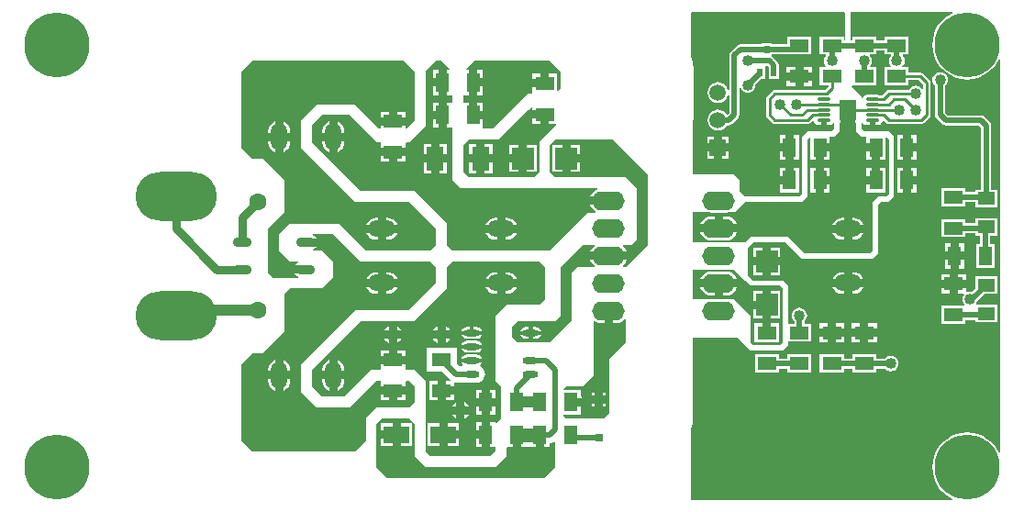
<source format=gtl>
%FSLAX25Y25*%
%MOIN*%
G70*
G01*
G75*
G04 Layer_Physical_Order=1*
G04 Layer_Color=255*
%ADD10R,0.02165X0.03150*%
%ADD11R,0.07087X0.04921*%
%ADD12O,0.05315X0.01181*%
%ADD13R,0.06181X0.07402*%
%ADD14R,0.04921X0.07087*%
%ADD15R,0.06496X0.04724*%
%ADD16R,0.02756X0.03150*%
%ADD17R,0.07874X0.07874*%
%ADD18R,0.07874X0.07874*%
%ADD19R,0.06378X0.08583*%
%ADD20O,0.06890X0.03347*%
%ADD21O,0.05709X0.02362*%
%ADD22R,0.09252X0.06299*%
%ADD23C,0.02000*%
%ADD24C,0.01000*%
%ADD25C,0.03000*%
%ADD26C,0.04000*%
%ADD27C,0.05000*%
%ADD28C,0.05906*%
%ADD29R,0.05906X0.05906*%
%ADD30C,0.23622*%
%ADD31O,0.09843X0.05906*%
%ADD32O,0.05906X0.09843*%
%ADD33C,0.06299*%
%ADD34O,0.11811X0.06890*%
%ADD35O,0.29528X0.17716*%
%ADD36C,0.04000*%
%ADD37C,0.02362*%
%ADD38C,0.04724*%
G36*
X114173Y94488D02*
X122047Y86614D01*
X147638Y86614D01*
X149606Y84646D01*
X149606Y78740D01*
X139764Y68898D01*
X120079D01*
X100375Y49194D01*
X100406Y39358D01*
X106299Y33465D01*
X118110Y33465D01*
X127953Y43307D01*
X128990D01*
X129315Y43126D01*
X129315Y42907D01*
Y41165D01*
X138402D01*
Y42907D01*
X138727Y43307D01*
X139764D01*
X141732Y41339D01*
X141732Y35433D01*
X139764Y33465D01*
X127953Y33465D01*
X124016Y29528D01*
X124016Y21654D01*
X120079Y17717D01*
X82677D01*
X78740Y21654D01*
Y49213D01*
X82677Y53150D01*
X86614Y53150D01*
X94488Y61024D01*
X94488Y74803D01*
X96457Y76772D01*
X108268Y76772D01*
X112205Y80709D01*
Y86614D01*
X108268Y90551D01*
X104741Y90551D01*
X104661Y90951D01*
X105187Y91169D01*
X105745Y91597D01*
X106057Y92004D01*
X102067D01*
Y95004D01*
X106057D01*
X105745Y95411D01*
X105187Y95839D01*
X104661Y96057D01*
X104741Y96457D01*
X112205Y96457D01*
X114173Y94488D01*
D02*
G37*
G36*
X300213Y139764D02*
X301787D01*
Y137031D01*
X302165D01*
Y133858D01*
X304134Y131890D01*
X305890D01*
Y129453D01*
X309350D01*
Y127953D01*
X310850D01*
Y123409D01*
X312811D01*
Y131505D01*
X313211Y131671D01*
X313976Y130905D01*
X313976Y111221D01*
X312992Y110236D01*
X310039Y110236D01*
X308071Y108268D01*
X308071Y90551D01*
X307087Y89567D01*
X283465Y89567D01*
X277559Y95472D01*
X263779D01*
X261811Y93504D01*
X243242D01*
X242960Y93787D01*
X242962Y104607D01*
X248328D01*
X248715Y104447D01*
X249823Y104301D01*
X254744D01*
X255852Y104447D01*
X256239Y104607D01*
X258151D01*
X261811Y108268D01*
X282480D01*
X284449Y110236D01*
Y112205D01*
X284449Y130905D01*
X285214Y131671D01*
X285614Y131505D01*
Y123409D01*
X287575D01*
Y127953D01*
X289075D01*
Y129453D01*
X292535D01*
Y131890D01*
X294291D01*
X296260Y133858D01*
Y137031D01*
X296638D01*
Y139764D01*
X298213D01*
Y141732D01*
X300213D01*
Y139764D01*
D02*
G37*
G36*
X151575Y159449D02*
X154536Y156488D01*
X154383Y156118D01*
X153370D01*
Y151575D01*
Y147031D01*
X155331D01*
X155512Y146706D01*
Y144632D01*
X155331Y144307D01*
X155112Y144307D01*
X153370D01*
Y139764D01*
Y135221D01*
X155112D01*
X155331Y135221D01*
X155512Y134896D01*
X155512Y134896D01*
Y116142D01*
X158465Y113189D01*
X208283Y113189D01*
X208363Y112789D01*
X207581Y112465D01*
X206653Y111753D01*
X205940Y110824D01*
X205633Y110083D01*
X212283D01*
Y107083D01*
X205633D01*
X205940Y106341D01*
X206653Y105413D01*
X207541Y104731D01*
X207535Y104469D01*
X207508Y104331D01*
X204724D01*
X190945Y90551D01*
X155512Y90551D01*
X153543Y92520D01*
X153543Y100394D01*
X141732Y112205D01*
X122047D01*
X104331Y129921D01*
X104331Y135827D01*
X108268Y139764D01*
X118110D01*
X127953Y129921D01*
X128990Y129921D01*
X129315Y129740D01*
X129315Y129521D01*
Y127780D01*
X138402D01*
Y129521D01*
X138727Y129921D01*
X139764Y129921D01*
X145669Y135827D01*
X145669Y155512D01*
X149606Y159449D01*
X151575Y159449D01*
D02*
G37*
G36*
X337210Y176805D02*
X336777Y176626D01*
X335084Y175588D01*
X333575Y174299D01*
X332286Y172790D01*
X331248Y171097D01*
X330489Y169263D01*
X330025Y167333D01*
X329870Y165354D01*
X330025Y163375D01*
X330489Y161445D01*
X331248Y159611D01*
X332286Y157919D01*
X333575Y156409D01*
X335084Y155120D01*
X336777Y154083D01*
X338611Y153323D01*
X340541Y152860D01*
X342520Y152704D01*
X344499Y152860D01*
X346429Y153323D01*
X348263Y154083D01*
X349955Y155120D01*
X351465Y156409D01*
X352754Y157919D01*
X353791Y159611D01*
X353940Y159970D01*
X354332Y159892D01*
X354366Y17191D01*
X353974Y17113D01*
X353791Y17554D01*
X352754Y19247D01*
X351465Y20756D01*
X349955Y22045D01*
X348263Y23082D01*
X346429Y23842D01*
X344499Y24305D01*
X342520Y24461D01*
X340541Y24305D01*
X338611Y23842D01*
X336777Y23082D01*
X335084Y22045D01*
X333575Y20756D01*
X332286Y19247D01*
X331248Y17554D01*
X330489Y15720D01*
X330025Y13790D01*
X329870Y11811D01*
X330025Y9832D01*
X330489Y7902D01*
X331248Y6068D01*
X332286Y4375D01*
X333575Y2866D01*
X335084Y1577D01*
X336777Y540D01*
X337133Y392D01*
X337055Y-0D01*
X242126Y-0D01*
Y26071D01*
X242352Y26494D01*
X242375Y26571D01*
X242413Y26641D01*
X242807Y27940D01*
X242815Y28020D01*
X242838Y28097D01*
X242971Y29448D01*
X242967Y29488D01*
X242975Y29528D01*
X242952Y29645D01*
X242942Y29746D01*
X242950Y59055D01*
X258858Y59055D01*
X263779Y54134D01*
X275591D01*
X277559Y56102D01*
Y57468D01*
X285839D01*
Y63989D01*
X283331D01*
Y64808D01*
X283493Y64932D01*
X283942Y65517D01*
X284224Y66198D01*
X284320Y66929D01*
X284224Y67660D01*
X283942Y68341D01*
X283493Y68926D01*
X282908Y69375D01*
X282227Y69657D01*
X281496Y69753D01*
X280765Y69657D01*
X280084Y69375D01*
X279499Y68926D01*
X279050Y68341D01*
X278768Y67660D01*
X278672Y66929D01*
X278768Y66198D01*
X279050Y65517D01*
X279499Y64932D01*
X279661Y64808D01*
Y63989D01*
X277559D01*
Y77756D01*
X275590Y79724D01*
X264764D01*
X262795Y81693D01*
X262795Y91536D01*
X264764Y93504D01*
X276575Y93504D01*
X282480Y87598D01*
X308071D01*
X310039Y89567D01*
X310039Y107283D01*
X311024Y108268D01*
X313976D01*
X315945Y110236D01*
Y131890D01*
X313976Y133858D01*
X305118Y133858D01*
X304134Y134843D01*
Y136864D01*
X304534Y136985D01*
X304759Y136649D01*
X305285Y136297D01*
X305906Y136174D01*
X306972D01*
Y137795D01*
X308972D01*
Y136174D01*
X310039D01*
X310660Y136297D01*
X311186Y136649D01*
X311538Y137175D01*
X311640Y137691D01*
X312022Y137875D01*
X313039Y136858D01*
X313469Y136571D01*
X313976Y136470D01*
X313976Y136470D01*
X325787D01*
X326295Y136571D01*
X326725Y136858D01*
X328693Y138827D01*
X328980Y139257D01*
X329081Y139764D01*
Y151575D01*
X328980Y152082D01*
X328693Y152512D01*
X326429Y154776D01*
X325999Y155063D01*
X325492Y155164D01*
X321272D01*
Y157099D01*
X319055D01*
X318963Y157499D01*
X319375Y158037D01*
X319657Y158718D01*
X319753Y159449D01*
X319657Y160180D01*
X319375Y160861D01*
X318963Y161398D01*
X319006Y161589D01*
X319124Y161798D01*
X321272D01*
Y168320D01*
X312586D01*
Y166894D01*
X309461D01*
Y168320D01*
X300775D01*
Y166894D01*
X300197D01*
Y177165D01*
X337131Y177197D01*
X337210Y176805D01*
D02*
G37*
G36*
X141732Y155512D02*
X141732Y137795D01*
X138771Y134834D01*
X138402Y134987D01*
Y136000D01*
X129315D01*
Y134987D01*
X128945Y134834D01*
X120079Y143701D01*
X106299D01*
X100394Y137795D01*
X100394Y127953D01*
X120079Y108268D01*
X139764D01*
X149606Y98425D01*
X149606Y92520D01*
X147638Y90551D01*
X124016Y90551D01*
X118110Y96457D01*
X114173Y100394D01*
X96457Y100394D01*
X92520Y96456D01*
X92520Y90551D01*
X96457Y86614D01*
X99393Y86614D01*
X99473Y86214D01*
X98947Y85997D01*
X98389Y85568D01*
X98077Y85162D01*
X102067D01*
Y82161D01*
X98077D01*
X98389Y81755D01*
X98947Y81326D01*
X99473Y81109D01*
X99393Y80709D01*
X90551D01*
X88583Y82677D01*
X88583Y98425D01*
X94488Y104331D01*
X94488Y116126D01*
X86598Y124016D01*
X82677D01*
X78740Y127953D01*
Y155512D01*
X82677Y159449D01*
X137795D01*
X141732Y155512D01*
D02*
G37*
G36*
X187008Y86614D02*
X188976Y84646D01*
X188976Y72835D01*
X187008Y70866D01*
X175197Y70866D01*
X171260Y66929D01*
Y43307D01*
X173228Y41339D01*
X173228Y29528D01*
X171479Y27778D01*
X171079Y27944D01*
Y28165D01*
X169118D01*
Y23622D01*
Y19079D01*
X170860D01*
X171079Y19079D01*
X171260Y18754D01*
X171260D01*
Y17717D01*
X169291Y15748D01*
X165354Y15748D01*
X147638Y15748D01*
X145669Y17717D01*
Y43307D01*
X141732Y47244D01*
X138726Y47244D01*
X138402Y47425D01*
X138402Y47644D01*
Y49386D01*
X129315D01*
Y47644D01*
X128990Y47244D01*
X125984Y47244D01*
X116142Y37402D01*
X108268Y37402D01*
X104331Y41339D01*
X104312Y47226D01*
X122047Y64961D01*
X141750Y64961D01*
X153543Y76775D01*
X153543Y84646D01*
X155512Y86614D01*
X187008Y86614D01*
D02*
G37*
G36*
X226378Y118110D02*
Y92520D01*
X218504Y84646D01*
X217572D01*
X217436Y85046D01*
X217914Y85413D01*
X218627Y86341D01*
X218934Y87083D01*
X205633D01*
X205940Y86341D01*
X206653Y85413D01*
X207131Y85046D01*
X206995Y84646D01*
X200787D01*
X198819Y82677D01*
X198819Y64961D01*
X190945Y57087D01*
X179134D01*
X177165Y59055D01*
X177165Y62992D01*
X179134Y64961D01*
X192913D01*
X194882Y66929D01*
X194882Y84646D01*
X202756Y92520D01*
X206995D01*
X207131Y92120D01*
X206653Y91753D01*
X205940Y90824D01*
X205633Y90083D01*
X218934D01*
X218627Y90824D01*
X217914Y91753D01*
X217436Y92120D01*
X217572Y92520D01*
X220472D01*
X222441Y94488D01*
Y113189D01*
X218504Y117126D01*
X192913Y117126D01*
X190945Y119095D01*
X190945Y128937D01*
X192913Y130905D01*
X213583D01*
X226378Y118110D01*
D02*
G37*
G36*
X213784Y64100D02*
X214744D01*
X215904Y64252D01*
X216986Y64700D01*
X217914Y65413D01*
X218125Y65688D01*
X218504Y65559D01*
X218504Y57087D01*
X212598Y51181D01*
X212598Y39370D01*
Y31496D01*
X210630Y29528D01*
X196850Y29527D01*
X195907Y30470D01*
Y30890D01*
X201984D01*
Y33933D01*
X198524D01*
Y36933D01*
X202434D01*
X202400Y37192D01*
X202101Y37914D01*
X201984Y38066D01*
Y39976D01*
X195907D01*
Y40396D01*
X196850Y41339D01*
X202756D01*
X206693Y45276D01*
X206693Y64930D01*
X207052Y65106D01*
X207581Y64700D01*
X208663Y64252D01*
X209823Y64100D01*
X210784D01*
Y68583D01*
X213784D01*
Y64100D01*
D02*
G37*
G36*
X261811Y79724D02*
X263779Y77756D01*
X274606D01*
X275590Y76772D01*
Y57087D01*
X274606Y56102D01*
X272638Y56102D01*
X264764Y56102D01*
X263779Y57087D01*
X263779Y66929D01*
X257874Y72835D01*
X254969D01*
X254744Y72864D01*
X249823D01*
X249598Y72835D01*
X243237D01*
X242955Y73118D01*
X242957Y83661D01*
X257874D01*
X261811Y79724D01*
D02*
G37*
G36*
X184433Y142572D02*
Y141559D01*
X188976D01*
Y140059D01*
X190476D01*
Y136599D01*
X193119D01*
X193285Y136198D01*
X190945Y133858D01*
X187008Y129921D01*
Y127953D01*
X187008Y119095D01*
X185039Y117126D01*
X161417D01*
X159449Y119095D01*
X159449Y128937D01*
X161417Y130905D01*
X172244D01*
X183071Y141732D01*
X184063Y142725D01*
X184433Y142572D01*
D02*
G37*
G36*
X194882Y155512D02*
Y153543D01*
Y149606D01*
X193889Y148614D01*
X193520Y148767D01*
Y154740D01*
X190476D01*
Y151280D01*
X188976D01*
Y149780D01*
X184433D01*
Y147819D01*
X184108Y147638D01*
X183071D01*
X170276Y134843D01*
X166604D01*
X166551Y135221D01*
X166551Y135221D01*
X166551Y135221D01*
Y138264D01*
X163091D01*
Y139764D01*
X161591D01*
Y144307D01*
X159630D01*
X159449Y144632D01*
Y146707D01*
X159630Y147031D01*
X161591D01*
Y151575D01*
Y156118D01*
X160578D01*
X160425Y156488D01*
X163386Y159449D01*
X190945D01*
X194882Y155512D01*
D02*
G37*
G36*
X312586Y161798D02*
X314735D01*
X314852Y161589D01*
X314896Y161398D01*
X314483Y160861D01*
X314201Y160180D01*
X314105Y159449D01*
X314201Y158718D01*
X314483Y158037D01*
X314896Y157499D01*
X314804Y157099D01*
X312586D01*
Y150578D01*
X321272D01*
Y152513D01*
X324943D01*
X326430Y151026D01*
Y149491D01*
X326030Y149355D01*
X325816Y149635D01*
X325231Y150084D01*
X324550Y150366D01*
X323819Y150462D01*
X323088Y150366D01*
X322407Y150084D01*
X321822Y149635D01*
X321373Y149050D01*
X321337Y148963D01*
X313976D01*
X313469Y148862D01*
X313039Y148575D01*
X311459Y146995D01*
X310439D01*
X310039Y147074D01*
X305906D01*
X305368Y146967D01*
X304912Y146663D01*
X304608Y146207D01*
X304534Y145837D01*
X304134Y145876D01*
Y146653D01*
X300493Y150295D01*
X300775Y150578D01*
X309461D01*
Y157099D01*
X307313D01*
X307195Y157309D01*
X307152Y157499D01*
X307564Y158037D01*
X307846Y158718D01*
X307942Y159449D01*
X307846Y160180D01*
X307564Y160861D01*
X307151Y161398D01*
X307243Y161798D01*
X309461D01*
Y163224D01*
X312586D01*
Y161798D01*
D02*
G37*
G36*
X298228Y176883D02*
Y166894D01*
X297650D01*
Y168320D01*
X288964D01*
Y161798D01*
X291113D01*
X291230Y161589D01*
X291274Y161398D01*
X290861Y160861D01*
X290579Y160180D01*
X290483Y159449D01*
X290579Y158718D01*
X290861Y158037D01*
X291274Y157499D01*
X291182Y157099D01*
X288964D01*
Y150578D01*
X291982D01*
Y150155D01*
X290790Y148963D01*
X272638D01*
X272131Y148862D01*
X271701Y148575D01*
X269732Y146607D01*
X269445Y146177D01*
X269344Y145669D01*
Y139764D01*
X269445Y139257D01*
X269732Y138827D01*
X271701Y136858D01*
X272131Y136571D01*
X272638Y136470D01*
X284449D01*
X284956Y136571D01*
X285386Y136858D01*
X286403Y137875D01*
X286785Y137691D01*
X286888Y137175D01*
X287239Y136649D01*
X287765Y136297D01*
X288386Y136174D01*
X289453D01*
Y137795D01*
X291453D01*
Y136174D01*
X292520D01*
X293140Y136297D01*
X293666Y136649D01*
X293891Y136985D01*
X294291Y136864D01*
Y134843D01*
X293307Y133858D01*
X284449D01*
X282480Y131890D01*
Y111221D01*
X281496Y110236D01*
X261811Y110236D01*
X259843Y112205D01*
X259842Y116142D01*
X257874Y118110D01*
X243248Y118110D01*
X242966Y118393D01*
X242975Y157480D01*
X242967Y157520D01*
X242971Y157560D01*
X242838Y158911D01*
X242815Y158988D01*
X242807Y159068D01*
X242413Y160366D01*
X242375Y160437D01*
X242352Y160514D01*
X242126Y160936D01*
X242126Y176883D01*
X242409Y177165D01*
X297945Y177165D01*
X298228Y176883D01*
D02*
G37*
G36*
X141732Y27559D02*
Y15748D01*
X145669Y11811D01*
X171260Y11811D01*
X175197Y15748D01*
Y18754D01*
X175378Y19079D01*
X177339D01*
Y23622D01*
X180339D01*
Y19079D01*
X182299D01*
Y19115D01*
X183843D01*
Y19079D01*
X185803D01*
Y23622D01*
X188803D01*
Y19079D01*
X190764D01*
Y20628D01*
X190945D01*
X191720Y20730D01*
X191931Y20818D01*
X192442Y21029D01*
X192555Y21116D01*
X192913Y20939D01*
X192913Y11811D01*
X188976Y7874D01*
X183071Y7874D01*
X131890D01*
X127953Y11811D01*
Y27559D01*
X129921Y29528D01*
X139764D01*
X141732Y27559D01*
D02*
G37*
%LPC*%
G36*
X150075Y63057D02*
X149879Y62976D01*
X149177Y62437D01*
X148638Y61735D01*
X148557Y61539D01*
X150075D01*
Y63057D01*
D02*
G37*
G36*
X153075D02*
Y61539D01*
X154593D01*
X154512Y61735D01*
X153973Y62437D01*
X153270Y62976D01*
X153075Y63057D01*
D02*
G37*
G36*
X135358D02*
Y61539D01*
X136876D01*
X136795Y61735D01*
X136256Y62437D01*
X135554Y62976D01*
X135358Y63057D01*
D02*
G37*
G36*
X185630Y62874D02*
X184707D01*
Y61400D01*
X187705D01*
X187685Y61501D01*
X187202Y62222D01*
X186481Y62704D01*
X185630Y62874D01*
D02*
G37*
G36*
X132358Y63057D02*
X132163Y62976D01*
X131460Y62437D01*
X130921Y61735D01*
X130840Y61539D01*
X132358D01*
Y63057D01*
D02*
G37*
G36*
X303618Y64189D02*
X300575D01*
Y62228D01*
X303618D01*
Y64189D01*
D02*
G37*
G36*
X309661D02*
X306618D01*
Y62228D01*
X309661D01*
Y64189D01*
D02*
G37*
G36*
X297850Y59228D02*
X294807D01*
Y57268D01*
X297850D01*
Y59228D01*
D02*
G37*
G36*
X291807Y64189D02*
X288764D01*
Y62228D01*
X291807D01*
Y64189D01*
D02*
G37*
G36*
X297850D02*
X294807D01*
Y62228D01*
X297850D01*
Y64189D01*
D02*
G37*
G36*
X274228D02*
X271185D01*
Y60728D01*
X268185D01*
Y64189D01*
X265142D01*
Y57268D01*
X274228D01*
Y64189D01*
D02*
G37*
G36*
X309661Y59228D02*
X306618D01*
Y57268D01*
X309661D01*
Y59228D01*
D02*
G37*
G36*
X187705Y59900D02*
X184707D01*
Y58426D01*
X185630D01*
X186481Y58595D01*
X187202Y59077D01*
X187685Y59799D01*
X187705Y59900D01*
D02*
G37*
G36*
X166248D02*
X158752D01*
X158772Y59799D01*
X159254Y59077D01*
X159976Y58595D01*
X160827Y58426D01*
X164173D01*
X165024Y58595D01*
X165746Y59077D01*
X166228Y59799D01*
X166248Y59900D01*
D02*
G37*
G36*
X183207D02*
X180209D01*
X180229Y59799D01*
X180711Y59077D01*
X181432Y58595D01*
X182283Y58426D01*
X183207D01*
Y59900D01*
D02*
G37*
G36*
X303618Y59228D02*
X300575D01*
Y57268D01*
X303618D01*
Y59228D01*
D02*
G37*
G36*
X183207Y62874D02*
X182283D01*
X181432Y62704D01*
X180711Y62222D01*
X180229Y61501D01*
X180209Y61400D01*
X183207D01*
Y62874D01*
D02*
G37*
G36*
X164173D02*
X163250D01*
Y61400D01*
X166248D01*
X166228Y61501D01*
X165746Y62222D01*
X165024Y62704D01*
X164173Y62874D01*
D02*
G37*
G36*
X161750D02*
X160827D01*
X159976Y62704D01*
X159254Y62222D01*
X158772Y61501D01*
X158752Y61400D01*
X161750D01*
Y62874D01*
D02*
G37*
G36*
X133736Y22122D02*
X129610D01*
Y19473D01*
X133736D01*
Y22122D01*
D02*
G37*
G36*
X166118D02*
X164157D01*
Y19079D01*
X166118D01*
Y22122D01*
D02*
G37*
G36*
X336098Y81906D02*
X333055D01*
Y79945D01*
X336098D01*
Y81906D01*
D02*
G37*
G36*
X342142D02*
X339098D01*
Y79945D01*
X342142D01*
Y81906D01*
D02*
G37*
G36*
X353457Y81213D02*
X345361D01*
Y76599D01*
X344299Y75536D01*
X344235Y75563D01*
X343504Y75659D01*
X342773Y75563D01*
X342474Y75439D01*
X342142Y75661D01*
Y76945D01*
X339098D01*
Y74984D01*
X341120D01*
X341317Y74584D01*
X341058Y74247D01*
X340776Y73566D01*
X340680Y72835D01*
X340776Y72104D01*
X341058Y71423D01*
X341471Y70885D01*
X341427Y70695D01*
X341309Y70485D01*
X333255D01*
Y63964D01*
X341942D01*
Y65389D01*
X345361D01*
Y64456D01*
X353457D01*
Y70780D01*
X345961D01*
X345764Y71180D01*
X345950Y71423D01*
X346232Y72104D01*
X346258Y72305D01*
X348843Y74889D01*
X353457D01*
Y81213D01*
D02*
G37*
G36*
X178854Y77240D02*
X174728D01*
Y74753D01*
X175197D01*
X176229Y74889D01*
X177190Y75287D01*
X178016Y75921D01*
X178650Y76747D01*
X178854Y77240D01*
D02*
G37*
G36*
X336098Y76945D02*
X333055D01*
Y74984D01*
X336098D01*
Y76945D01*
D02*
G37*
G36*
X128421Y82727D02*
X127953D01*
X126921Y82591D01*
X125959Y82193D01*
X125134Y81559D01*
X124500Y80734D01*
X124296Y80240D01*
X128421D01*
Y82727D01*
D02*
G37*
G36*
X131890D02*
X131421D01*
Y80240D01*
X135547D01*
X135343Y80734D01*
X134709Y81559D01*
X133883Y82193D01*
X132922Y82591D01*
X131890Y82727D01*
D02*
G37*
G36*
X301181Y82727D02*
X300713D01*
Y80240D01*
X304838D01*
X304634Y80734D01*
X304000Y81559D01*
X303174Y82193D01*
X302213Y82591D01*
X301181Y82727D01*
D02*
G37*
G36*
X254744Y83066D02*
X249823D01*
X248662Y82913D01*
X247581Y82465D01*
X246653Y81753D01*
X245940Y80824D01*
X245633Y80083D01*
X258934D01*
X258627Y80824D01*
X257914Y81753D01*
X256986Y82465D01*
X255904Y82913D01*
X254744Y83066D01*
D02*
G37*
G36*
X297713Y82727D02*
X297244D01*
X296212Y82591D01*
X295251Y82193D01*
X294425Y81559D01*
X293791Y80734D01*
X293587Y80240D01*
X297713D01*
Y82727D01*
D02*
G37*
G36*
X250783Y77083D02*
X245633D01*
X245940Y76341D01*
X246653Y75413D01*
X247581Y74700D01*
X248662Y74252D01*
X249823Y74099D01*
X250783D01*
Y77083D01*
D02*
G37*
G36*
X258934D02*
X253783D01*
Y74099D01*
X254744D01*
X255904Y74252D01*
X256986Y74700D01*
X257914Y75413D01*
X258627Y76341D01*
X258934Y77083D01*
D02*
G37*
G36*
X268185Y75803D02*
X264748D01*
Y72366D01*
X268185D01*
Y75803D01*
D02*
G37*
G36*
Y69366D02*
X264748D01*
Y65929D01*
X268185D01*
Y69366D01*
D02*
G37*
G36*
X274622Y75803D02*
X271185D01*
Y70866D01*
Y65929D01*
X274622D01*
Y75803D01*
D02*
G37*
G36*
X135547Y77240D02*
X131421D01*
Y74753D01*
X131890D01*
X132922Y74889D01*
X133883Y75287D01*
X134709Y75921D01*
X135343Y76747D01*
X135547Y77240D01*
D02*
G37*
G36*
X171728D02*
X167603D01*
X167807Y76747D01*
X168441Y75921D01*
X169266Y75287D01*
X170228Y74889D01*
X171260Y74753D01*
X171728D01*
Y77240D01*
D02*
G37*
G36*
X128421D02*
X124296D01*
X124500Y76747D01*
X125134Y75921D01*
X125959Y75287D01*
X126921Y74889D01*
X127953Y74753D01*
X128421D01*
Y77240D01*
D02*
G37*
G36*
X297713Y77240D02*
X293587D01*
X293791Y76747D01*
X294425Y75921D01*
X295251Y75287D01*
X296212Y74889D01*
X297244Y74753D01*
X297713D01*
Y77240D01*
D02*
G37*
G36*
X304838D02*
X300713D01*
Y74753D01*
X301181D01*
X302213Y74889D01*
X303174Y75287D01*
X304000Y75921D01*
X304634Y76747D01*
X304838Y77240D01*
D02*
G37*
G36*
X156118Y38165D02*
X153075D01*
Y36205D01*
X156118D01*
Y38165D01*
D02*
G37*
G36*
X166118Y39976D02*
X164157D01*
Y36933D01*
X166118D01*
Y39976D01*
D02*
G37*
G36*
X133736Y27772D02*
X129610D01*
Y25122D01*
X133736D01*
Y27772D01*
D02*
G37*
G36*
X138402Y38165D02*
X135358D01*
Y36205D01*
X138402D01*
Y38165D01*
D02*
G37*
G36*
X150075Y43126D02*
X147031D01*
Y36205D01*
X150075D01*
Y39665D01*
Y43126D01*
D02*
G37*
G36*
X91020Y43776D02*
X88533D01*
Y43307D01*
X88669Y42275D01*
X89067Y41314D01*
X89701Y40488D01*
X90526Y39854D01*
X91020Y39650D01*
Y43776D01*
D02*
G37*
G36*
X96507D02*
X94020D01*
Y39650D01*
X94513Y39854D01*
X95339Y40488D01*
X95972Y41314D01*
X96371Y42275D01*
X96507Y43307D01*
Y43776D01*
D02*
G37*
G36*
X211039Y38992D02*
X210161D01*
Y37917D01*
X211039D01*
Y38992D01*
D02*
G37*
G36*
X171079Y39976D02*
X169118D01*
Y36933D01*
X171079D01*
Y39976D01*
D02*
G37*
G36*
X207161Y38992D02*
X206283D01*
Y37917D01*
X207161D01*
Y38992D01*
D02*
G37*
G36*
X132358Y38165D02*
X129315D01*
Y36205D01*
X132358D01*
Y38165D01*
D02*
G37*
G36*
X166118Y33933D02*
X164157D01*
Y30890D01*
X166118D01*
Y33933D01*
D02*
G37*
G36*
X171079D02*
X169118D01*
Y30890D01*
X171079D01*
Y33933D01*
D02*
G37*
G36*
X161483Y30980D02*
X159965D01*
Y29463D01*
X160160Y29544D01*
X160863Y30082D01*
X161401Y30785D01*
X161483Y30980D01*
D02*
G37*
G36*
X166118Y28165D02*
X164157D01*
Y25122D01*
X166118D01*
Y28165D01*
D02*
G37*
G36*
X156965Y30980D02*
X155447D01*
X155528Y30785D01*
X156067Y30082D01*
X156769Y29544D01*
X156965Y29463D01*
Y30980D01*
D02*
G37*
G36*
X157791Y27772D02*
X153665D01*
Y25122D01*
X157791D01*
Y27772D01*
D02*
G37*
G36*
X159965Y35498D02*
Y33980D01*
X161483D01*
X161401Y34176D01*
X160863Y34878D01*
X160160Y35417D01*
X159965Y35498D01*
D02*
G37*
G36*
X156965D02*
X156769Y35417D01*
X156067Y34878D01*
X155528Y34176D01*
X155447Y33980D01*
X156965D01*
Y35498D01*
D02*
G37*
G36*
X207161Y34917D02*
X206283D01*
Y33843D01*
X207161D01*
Y34917D01*
D02*
G37*
G36*
X211039D02*
X210161D01*
Y33843D01*
X211039D01*
Y34917D01*
D02*
G37*
G36*
X110705Y43776D02*
X108218D01*
Y43307D01*
X108354Y42275D01*
X108752Y41314D01*
X109386Y40488D01*
X110211Y39854D01*
X110705Y39650D01*
Y43776D01*
D02*
G37*
G36*
X140862Y27772D02*
X136736D01*
Y23622D01*
Y19473D01*
X140862D01*
Y27772D01*
D02*
G37*
G36*
X164173Y57873D02*
X160827D01*
X159976Y57704D01*
X159254Y57222D01*
X158772Y56501D01*
X158752Y56400D01*
X166248D01*
X166228Y56501D01*
X165746Y57222D01*
X165024Y57704D01*
X164173Y57873D01*
D02*
G37*
G36*
X166248Y54900D02*
X158752D01*
X158772Y54799D01*
X159254Y54077D01*
X159976Y53595D01*
X160827Y53426D01*
X164173D01*
X165024Y53595D01*
X165746Y54077D01*
X166228Y54799D01*
X166248Y54900D01*
D02*
G37*
G36*
X157791Y22122D02*
X153665D01*
Y19473D01*
X157791D01*
Y22122D01*
D02*
G37*
G36*
X150665Y27772D02*
X146539D01*
Y19473D01*
X150665D01*
Y23622D01*
Y27772D01*
D02*
G37*
G36*
X154593Y58539D02*
X153075D01*
Y57021D01*
X153270Y57103D01*
X153973Y57642D01*
X154512Y58344D01*
X154593Y58539D01*
D02*
G37*
G36*
X291807Y59228D02*
X288764D01*
Y57268D01*
X291807D01*
Y59228D01*
D02*
G37*
G36*
X150075Y58539D02*
X148557D01*
X148638Y58344D01*
X149177Y57642D01*
X149879Y57103D01*
X150075Y57021D01*
Y58539D01*
D02*
G37*
G36*
X132358D02*
X130840D01*
X130921Y58344D01*
X131460Y57642D01*
X132163Y57103D01*
X132358Y57021D01*
Y58539D01*
D02*
G37*
G36*
X136876D02*
X135358D01*
Y57021D01*
X135554Y57103D01*
X136256Y57642D01*
X136795Y58344D01*
X136876Y58539D01*
D02*
G37*
G36*
X138402Y54347D02*
X135358D01*
Y52386D01*
X138402D01*
Y54347D01*
D02*
G37*
G36*
X94020Y50901D02*
Y46776D01*
X96507D01*
Y47244D01*
X96371Y48276D01*
X95972Y49238D01*
X95339Y50063D01*
X94513Y50697D01*
X94020Y50901D01*
D02*
G37*
G36*
X110705D02*
X110211Y50697D01*
X109386Y50063D01*
X108752Y49238D01*
X108354Y48276D01*
X108218Y47244D01*
Y46776D01*
X110705D01*
Y50901D01*
D02*
G37*
G36*
X91020D02*
X90526Y50697D01*
X89701Y50063D01*
X89067Y49238D01*
X88669Y48276D01*
X88533Y47244D01*
Y46776D01*
X91020D01*
Y50901D01*
D02*
G37*
G36*
X116192Y43776D02*
X113705D01*
Y39650D01*
X114198Y39854D01*
X115024Y40488D01*
X115657Y41314D01*
X116056Y42275D01*
X116192Y43307D01*
Y43776D01*
D02*
G37*
G36*
X157087Y55315D02*
X146063D01*
Y46457D01*
X151770D01*
X154694Y43532D01*
X154730Y43505D01*
X154601Y43126D01*
X153075D01*
Y41165D01*
X156118D01*
Y42443D01*
X156419Y42707D01*
X156811Y42656D01*
X159825D01*
X160004Y42581D01*
X160827Y42473D01*
X164173D01*
X164995Y42581D01*
X165762Y42898D01*
X166419Y43403D01*
X166924Y44061D01*
X167242Y44827D01*
X167350Y45650D01*
X167242Y46472D01*
X166924Y47238D01*
X166419Y47896D01*
X165762Y48401D01*
X165519Y48501D01*
X165480Y48899D01*
X165746Y49077D01*
X166228Y49799D01*
X166248Y49900D01*
X158752D01*
X158772Y49799D01*
X159254Y49077D01*
X159304Y49044D01*
X159183Y48644D01*
X158051D01*
X157087Y49608D01*
Y55315D01*
D02*
G37*
G36*
X164173Y52873D02*
X160827D01*
X159976Y52704D01*
X159254Y52222D01*
X158772Y51501D01*
X158752Y51400D01*
X166248D01*
X166228Y51501D01*
X165746Y52222D01*
X165024Y52704D01*
X164173Y52873D01*
D02*
G37*
G36*
X132358Y54347D02*
X129315D01*
Y52386D01*
X132358D01*
Y54347D01*
D02*
G37*
G36*
X285839Y52768D02*
X277153D01*
Y51343D01*
X274028D01*
Y52768D01*
X265342D01*
Y46247D01*
X274028D01*
Y47673D01*
X277153D01*
Y46247D01*
X285839D01*
Y52768D01*
D02*
G37*
G36*
X113705Y50901D02*
Y46776D01*
X116192D01*
Y47244D01*
X116056Y48276D01*
X115657Y49238D01*
X115024Y50063D01*
X114198Y50697D01*
X113705Y50901D01*
D02*
G37*
G36*
X309461Y52768D02*
X300775D01*
Y51343D01*
X297650D01*
Y52768D01*
X288964D01*
Y46247D01*
X297650D01*
Y47673D01*
X300775D01*
Y46247D01*
X309461D01*
Y47673D01*
X312544D01*
X312668Y47511D01*
X313253Y47062D01*
X313934Y46780D01*
X314665Y46684D01*
X315396Y46780D01*
X316077Y47062D01*
X316662Y47511D01*
X317111Y48096D01*
X317393Y48777D01*
X317490Y49508D01*
X317393Y50239D01*
X317111Y50920D01*
X316662Y51505D01*
X316077Y51954D01*
X315396Y52236D01*
X314665Y52332D01*
X313934Y52236D01*
X313253Y51954D01*
X312668Y51505D01*
X312544Y51343D01*
X309461D01*
Y52768D01*
D02*
G37*
G36*
X179602Y128953D02*
X176165D01*
Y125516D01*
X179602D01*
Y128953D01*
D02*
G37*
G36*
X201787D02*
X198350D01*
Y125516D01*
X201787D01*
Y128953D01*
D02*
G37*
G36*
X169976Y129307D02*
X167287D01*
Y125516D01*
X169976D01*
Y129307D01*
D02*
G37*
G36*
X153362D02*
X150673D01*
Y125516D01*
X153362D01*
Y129307D01*
D02*
G37*
G36*
X164287D02*
X161598D01*
Y125516D01*
X164287D01*
Y129307D01*
D02*
G37*
G36*
X91020Y130390D02*
X88533D01*
Y129921D01*
X88669Y128889D01*
X89067Y127928D01*
X89701Y127102D01*
X90526Y126469D01*
X91020Y126264D01*
Y130390D01*
D02*
G37*
G36*
X250468Y131905D02*
X248016D01*
Y129453D01*
X250468D01*
Y131905D01*
D02*
G37*
G36*
X255921D02*
X253468D01*
Y129453D01*
X255921D01*
Y131905D01*
D02*
G37*
G36*
X116192Y130390D02*
X113705D01*
Y126264D01*
X114198Y126469D01*
X115024Y127102D01*
X115657Y127928D01*
X116056Y128889D01*
X116192Y129921D01*
Y130390D01*
D02*
G37*
G36*
X96507D02*
X94020D01*
Y126264D01*
X94513Y126469D01*
X95339Y127102D01*
X95972Y127928D01*
X96371Y128889D01*
X96507Y129921D01*
Y130390D01*
D02*
G37*
G36*
X110705D02*
X108218D01*
Y129921D01*
X108354Y128889D01*
X108752Y127928D01*
X109386Y127102D01*
X110211Y126469D01*
X110705Y126264D01*
Y130390D01*
D02*
G37*
G36*
X281315Y132496D02*
X279354D01*
Y127953D01*
Y123409D01*
X281315D01*
Y132496D01*
D02*
G37*
G36*
X292535Y126453D02*
X290575D01*
Y123409D01*
X292535D01*
Y126453D01*
D02*
G37*
G36*
X276354D02*
X274394D01*
Y123409D01*
X276354D01*
Y126453D01*
D02*
G37*
G36*
X132358Y124780D02*
X129315D01*
Y122819D01*
X132358D01*
Y124780D01*
D02*
G37*
G36*
X138402D02*
X135358D01*
Y122819D01*
X138402D01*
Y124780D01*
D02*
G37*
G36*
X307850Y126453D02*
X305890D01*
Y123409D01*
X307850D01*
Y126453D01*
D02*
G37*
G36*
X255921D02*
X253468D01*
Y124000D01*
X255921D01*
Y126453D01*
D02*
G37*
G36*
X147673Y129307D02*
X144984D01*
Y125516D01*
X147673D01*
Y129307D01*
D02*
G37*
G36*
X250468Y126453D02*
X248016D01*
Y124000D01*
X250468D01*
Y126453D01*
D02*
G37*
G36*
X319071Y132496D02*
X317110D01*
Y123409D01*
X319071D01*
Y127953D01*
Y132496D01*
D02*
G37*
G36*
X324031Y126453D02*
X322071D01*
Y123409D01*
X324031D01*
Y126453D01*
D02*
G37*
G36*
X279996Y152339D02*
X276953D01*
Y150378D01*
X279996D01*
Y152339D01*
D02*
G37*
G36*
X286039D02*
X282996D01*
Y150378D01*
X286039D01*
Y152339D01*
D02*
G37*
G36*
X166551Y150075D02*
X164591D01*
Y147031D01*
X166551D01*
Y150075D01*
D02*
G37*
G36*
X164591Y144307D02*
Y141264D01*
X166551D01*
Y144307D01*
X164591D01*
D02*
G37*
G36*
X150370Y150075D02*
X148409D01*
Y147031D01*
X150370D01*
Y150075D01*
D02*
G37*
G36*
X187476Y154740D02*
X184433D01*
Y152780D01*
X187476D01*
Y154740D01*
D02*
G37*
G36*
X286039Y157299D02*
X282996D01*
Y155339D01*
X286039D01*
Y157299D01*
D02*
G37*
G36*
X285839Y168320D02*
X277153D01*
Y165516D01*
X271568D01*
Y166056D01*
X267802D01*
Y165516D01*
X260138D01*
X259552Y165400D01*
X259436Y165377D01*
X258840Y164979D01*
X256576Y162715D01*
X256178Y162120D01*
X256155Y162003D01*
X256039Y161417D01*
Y148852D01*
X255639Y148825D01*
X255625Y148932D01*
X255246Y149845D01*
X254645Y150629D01*
X253861Y151231D01*
X252948Y151609D01*
X251969Y151738D01*
X250989Y151609D01*
X250076Y151231D01*
X249292Y150629D01*
X248691Y149845D01*
X248312Y148932D01*
X248183Y147953D01*
X248312Y146973D01*
X248691Y146060D01*
X249292Y145276D01*
X250076Y144675D01*
X250989Y144297D01*
X251969Y144168D01*
X252948Y144297D01*
X253861Y144675D01*
X254645Y145276D01*
X255246Y146060D01*
X255625Y146973D01*
X255639Y147080D01*
X256039Y147054D01*
Y140524D01*
X255572Y140058D01*
X255050Y140101D01*
X254645Y140629D01*
X253861Y141231D01*
X252948Y141609D01*
X251969Y141738D01*
X250989Y141609D01*
X250076Y141231D01*
X249292Y140629D01*
X248691Y139845D01*
X248312Y138932D01*
X248183Y137953D01*
X248312Y136973D01*
X248691Y136060D01*
X249292Y135276D01*
X250076Y134675D01*
X250989Y134297D01*
X251969Y134168D01*
X252948Y134297D01*
X253861Y134675D01*
X254645Y135276D01*
X255170Y135960D01*
X255906D01*
X256491Y136076D01*
X256608Y136100D01*
X257203Y136498D01*
X259172Y138466D01*
X259570Y139061D01*
X259593Y139178D01*
X259709Y139764D01*
Y149679D01*
X260109Y149758D01*
X260349Y149179D01*
X260798Y148594D01*
X261383Y148145D01*
X262064Y147863D01*
X262795Y147766D01*
X263526Y147863D01*
X264207Y148145D01*
X264792Y148594D01*
X265241Y149179D01*
X265523Y149860D01*
X265619Y150591D01*
X265593Y150793D01*
X267642Y152842D01*
X269009D01*
Y157214D01*
X269009Y157591D01*
X269399Y157614D01*
X269909D01*
X270361Y157161D01*
Y152842D01*
X274127D01*
Y157591D01*
X274079D01*
Y157874D01*
X273940Y158576D01*
X273808Y158774D01*
X273542Y159172D01*
X271967Y160747D01*
X271686Y160935D01*
X271568Y161306D01*
Y161306D01*
X271568Y161306D01*
X271568Y161306D01*
Y161846D01*
X277153D01*
Y161798D01*
X285839D01*
Y168320D01*
D02*
G37*
G36*
X279996Y157299D02*
X276953D01*
Y155339D01*
X279996D01*
Y157299D01*
D02*
G37*
G36*
X150370Y156118D02*
X148409D01*
Y153075D01*
X150370D01*
Y156118D01*
D02*
G37*
G36*
X166551D02*
X164591D01*
Y153075D01*
X166551D01*
Y156118D01*
D02*
G37*
G36*
X94020Y137515D02*
Y133390D01*
X96507D01*
Y133858D01*
X96371Y134890D01*
X95972Y135852D01*
X95339Y136678D01*
X94513Y137311D01*
X94020Y137515D01*
D02*
G37*
G36*
X110705D02*
X110211Y137311D01*
X109386Y136678D01*
X108752Y135852D01*
X108354Y134890D01*
X108218Y133858D01*
Y133390D01*
X110705D01*
Y137515D01*
D02*
G37*
G36*
X91020D02*
X90526Y137311D01*
X89701Y136678D01*
X89067Y135852D01*
X88669Y134890D01*
X88533Y133858D01*
Y133390D01*
X91020D01*
Y137515D01*
D02*
G37*
G36*
X276354Y132496D02*
X274394D01*
Y129453D01*
X276354D01*
Y132496D01*
D02*
G37*
G36*
X324031D02*
X322071D01*
Y129453D01*
X324031D01*
Y132496D01*
D02*
G37*
G36*
X113705Y137515D02*
Y133390D01*
X116192D01*
Y133858D01*
X116056Y134890D01*
X115657Y135852D01*
X115024Y136678D01*
X114198Y137311D01*
X113705Y137515D01*
D02*
G37*
G36*
X138402Y140961D02*
X135358D01*
Y139000D01*
X138402D01*
Y140961D01*
D02*
G37*
G36*
X150370Y144307D02*
X148409D01*
Y141264D01*
X150370D01*
Y144307D01*
D02*
G37*
G36*
X132358Y140961D02*
X129315D01*
Y139000D01*
X132358D01*
Y140961D01*
D02*
G37*
G36*
X150370Y138264D02*
X148409D01*
Y135221D01*
X150370D01*
Y138264D01*
D02*
G37*
G36*
X187476Y138559D02*
X184433D01*
Y136599D01*
X187476D01*
Y138559D01*
D02*
G37*
G36*
X201787Y122516D02*
X198350D01*
Y119079D01*
X201787D01*
Y122516D01*
D02*
G37*
G36*
X135547Y96925D02*
X131421D01*
Y94438D01*
X131890D01*
X132922Y94574D01*
X133883Y94972D01*
X134709Y95606D01*
X135343Y96432D01*
X135547Y96925D01*
D02*
G37*
G36*
X171728D02*
X167603D01*
X167807Y96432D01*
X168441Y95606D01*
X169266Y94972D01*
X170228Y94574D01*
X171260Y94438D01*
X171728D01*
Y96925D01*
D02*
G37*
G36*
X128421D02*
X124296D01*
X124500Y96432D01*
X125134Y95606D01*
X125959Y94972D01*
X126921Y94574D01*
X127953Y94438D01*
X128421D01*
Y96925D01*
D02*
G37*
G36*
X297713Y96925D02*
X293587D01*
X293791Y96432D01*
X294425Y95606D01*
X295251Y94972D01*
X296212Y94574D01*
X297244Y94438D01*
X297713D01*
Y96925D01*
D02*
G37*
G36*
X304838D02*
X300713D01*
Y94438D01*
X301181D01*
X302213Y94574D01*
X303174Y94972D01*
X304000Y95606D01*
X304634Y96432D01*
X304838Y96925D01*
D02*
G37*
G36*
X178854Y96925D02*
X174728D01*
Y94438D01*
X175197D01*
X176229Y94574D01*
X177190Y94972D01*
X178016Y95606D01*
X178650Y96432D01*
X178854Y96925D01*
D02*
G37*
G36*
X131890Y102412D02*
X131421D01*
Y99925D01*
X135547D01*
X135343Y100419D01*
X134709Y101244D01*
X133883Y101878D01*
X132922Y102276D01*
X131890Y102412D01*
D02*
G37*
G36*
X171728D02*
X171260D01*
X170228Y102276D01*
X169266Y101878D01*
X168441Y101244D01*
X167807Y100419D01*
X167603Y99925D01*
X171728D01*
Y102412D01*
D02*
G37*
G36*
X128421D02*
X127953D01*
X126921Y102276D01*
X125959Y101878D01*
X125134Y101244D01*
X124500Y100419D01*
X124296Y99925D01*
X128421D01*
Y102412D01*
D02*
G37*
G36*
X297713Y102412D02*
X297244D01*
X296212Y102276D01*
X295251Y101878D01*
X294425Y101244D01*
X293791Y100419D01*
X293587Y99925D01*
X297713D01*
Y102412D01*
D02*
G37*
G36*
X301181D02*
X300713D01*
Y99925D01*
X304838D01*
X304634Y100419D01*
X304000Y101244D01*
X303174Y101878D01*
X302213Y102276D01*
X301181Y102412D01*
D02*
G37*
G36*
X274622Y85114D02*
X271185D01*
Y81677D01*
X274622D01*
Y85114D01*
D02*
G37*
G36*
X336394Y87083D02*
X334433D01*
Y84039D01*
X336394D01*
Y87083D01*
D02*
G37*
G36*
X268185Y85114D02*
X264748D01*
Y81677D01*
X268185D01*
Y85114D01*
D02*
G37*
G36*
X171728Y82727D02*
X171260D01*
X170228Y82591D01*
X169266Y82193D01*
X168441Y81559D01*
X167807Y80734D01*
X167603Y80240D01*
X171728D01*
Y82727D01*
D02*
G37*
G36*
X175197D02*
X174728D01*
Y80240D01*
X178854D01*
X178650Y80734D01*
X178016Y81559D01*
X177190Y82193D01*
X176229Y82591D01*
X175197Y82727D01*
D02*
G37*
G36*
X341354Y87083D02*
X339394D01*
Y84039D01*
X341354D01*
Y87083D01*
D02*
G37*
G36*
Y93126D02*
X339394D01*
Y90083D01*
X341354D01*
Y93126D01*
D02*
G37*
G36*
X258934Y97083D02*
X245633D01*
X245940Y96341D01*
X246653Y95413D01*
X247581Y94700D01*
X248662Y94252D01*
X249823Y94099D01*
X254744D01*
X255904Y94252D01*
X256986Y94700D01*
X257914Y95413D01*
X258627Y96341D01*
X258934Y97083D01*
D02*
G37*
G36*
X336394Y93126D02*
X334433D01*
Y90083D01*
X336394D01*
Y93126D01*
D02*
G37*
G36*
X268185Y91551D02*
X264748D01*
Y88114D01*
X268185D01*
Y91551D01*
D02*
G37*
G36*
X274622D02*
X271185D01*
Y88114D01*
X274622D01*
Y91551D01*
D02*
G37*
G36*
X324031Y120685D02*
X322071D01*
Y117642D01*
X324031D01*
Y120685D01*
D02*
G37*
G36*
X147673Y122516D02*
X144984D01*
Y118725D01*
X147673D01*
Y122516D01*
D02*
G37*
G36*
X307850Y120685D02*
X305890D01*
Y117642D01*
X307850D01*
Y120685D01*
D02*
G37*
G36*
X276354D02*
X274394D01*
Y117642D01*
X276354D01*
Y120685D01*
D02*
G37*
G36*
X292535D02*
X290575D01*
Y117642D01*
X292535D01*
Y120685D01*
D02*
G37*
G36*
X153362Y122516D02*
X150673D01*
Y118725D01*
X153362D01*
Y122516D01*
D02*
G37*
G36*
X186039Y128953D02*
X182602D01*
Y124016D01*
Y119079D01*
X186039D01*
Y128953D01*
D02*
G37*
G36*
X195350D02*
X191913D01*
Y119079D01*
X195350D01*
Y124016D01*
Y128953D01*
D02*
G37*
G36*
X179602Y122516D02*
X176165D01*
Y119079D01*
X179602D01*
Y122516D01*
D02*
G37*
G36*
X164287D02*
X161598D01*
Y118725D01*
X164287D01*
Y122516D01*
D02*
G37*
G36*
X169976D02*
X167287D01*
Y118725D01*
X169976D01*
Y122516D01*
D02*
G37*
G36*
X353457Y102276D02*
X345361D01*
Y100556D01*
X341942D01*
Y101981D01*
X333255D01*
Y95460D01*
X341942D01*
Y96885D01*
X345361D01*
Y95952D01*
X347279D01*
Y92926D01*
X345853D01*
Y84239D01*
X352375D01*
Y92926D01*
X350949D01*
Y95952D01*
X353457D01*
Y102276D01*
D02*
G37*
G36*
X281315Y120685D02*
X279354D01*
Y116142D01*
X277854D01*
Y114642D01*
X274394D01*
Y111598D01*
X281315D01*
Y120685D01*
D02*
G37*
G36*
X254744Y103066D02*
X253783D01*
Y100083D01*
X258934D01*
X258627Y100824D01*
X257914Y101753D01*
X256986Y102465D01*
X255904Y102913D01*
X254744Y103066D01*
D02*
G37*
G36*
X175197Y102412D02*
X174728D01*
Y99925D01*
X178854D01*
X178650Y100419D01*
X178016Y101244D01*
X177190Y101878D01*
X176229Y102276D01*
X175197Y102412D01*
D02*
G37*
G36*
X250783Y103066D02*
X249823D01*
X248662Y102913D01*
X247581Y102465D01*
X246653Y101753D01*
X245940Y100824D01*
X245633Y100083D01*
X250783D01*
Y103066D01*
D02*
G37*
G36*
X287575Y120685D02*
X285614D01*
Y111598D01*
X287575D01*
Y116142D01*
Y120685D01*
D02*
G37*
G36*
X324031Y114642D02*
X322071D01*
Y111598D01*
X324031D01*
Y114642D01*
D02*
G37*
G36*
X332677Y155383D02*
X331946Y155287D01*
X331265Y155005D01*
X330680Y154556D01*
X330231Y153971D01*
X329949Y153290D01*
X329853Y152559D01*
X329949Y151828D01*
X330231Y151147D01*
X330680Y150562D01*
X330842Y150438D01*
Y139764D01*
X330958Y139178D01*
X330982Y139061D01*
X331379Y138466D01*
X333348Y136498D01*
X333943Y136100D01*
X334060Y136076D01*
X334646Y135960D01*
X346681D01*
X347574Y135067D01*
Y112709D01*
X345361D01*
Y111776D01*
X341942D01*
Y113202D01*
X333255D01*
Y106680D01*
X341942D01*
Y108106D01*
X345361D01*
Y106385D01*
X353457D01*
Y112709D01*
X351245D01*
Y135827D01*
X351105Y136529D01*
X350973Y136727D01*
X350707Y137125D01*
X348739Y139093D01*
X348143Y139491D01*
X348027Y139514D01*
X347441Y139630D01*
X335406D01*
X334512Y140524D01*
Y150438D01*
X334674Y150562D01*
X335123Y151147D01*
X335405Y151828D01*
X335501Y152559D01*
X335405Y153290D01*
X335123Y153971D01*
X334674Y154556D01*
X334089Y155005D01*
X333408Y155287D01*
X332677Y155383D01*
D02*
G37*
G36*
X319071Y120685D02*
X317110D01*
Y111598D01*
X319071D01*
Y116142D01*
Y120685D01*
D02*
G37*
G36*
X292535Y114642D02*
X290575D01*
Y111598D01*
X292535D01*
Y114642D01*
D02*
G37*
G36*
X312811Y120685D02*
X310850D01*
Y116142D01*
X309350D01*
Y114642D01*
X305890D01*
Y111598D01*
X312811D01*
Y120685D01*
D02*
G37*
%LPD*%
D10*
X269685Y163681D02*
D03*
X272244Y155217D02*
D03*
X267126D02*
D03*
D11*
X281496Y165059D02*
D03*
Y153839D02*
D03*
X293307D02*
D03*
Y165059D02*
D03*
X305118Y153839D02*
D03*
Y165059D02*
D03*
X316929Y153839D02*
D03*
Y165059D02*
D03*
X337598Y109941D02*
D03*
Y98721D02*
D03*
Y67224D02*
D03*
Y78445D02*
D03*
X305118Y49508D02*
D03*
Y60728D02*
D03*
X293307D02*
D03*
Y49508D02*
D03*
X281496Y49508D02*
D03*
Y60728D02*
D03*
X269685Y60728D02*
D03*
Y49508D02*
D03*
X188976Y140059D02*
D03*
Y151280D02*
D03*
X151575Y50886D02*
D03*
Y39665D02*
D03*
X133858Y50886D02*
D03*
Y39665D02*
D03*
Y137500D02*
D03*
Y126280D02*
D03*
D12*
X290453Y137795D02*
D03*
Y141732D02*
D03*
Y139764D02*
D03*
Y145669D02*
D03*
Y143701D02*
D03*
X307972D02*
D03*
Y137795D02*
D03*
Y141732D02*
D03*
Y139764D02*
D03*
Y145669D02*
D03*
D13*
X299213Y141732D02*
D03*
D14*
X277854Y116142D02*
D03*
X289075D02*
D03*
X277854Y127953D02*
D03*
X289075D02*
D03*
X309350D02*
D03*
X320571D02*
D03*
X309350Y116142D02*
D03*
X320571D02*
D03*
X337894Y88583D02*
D03*
X349114D02*
D03*
X151870Y151575D02*
D03*
X163091D02*
D03*
X151870Y139764D02*
D03*
X163091D02*
D03*
X198524Y35433D02*
D03*
X187303D02*
D03*
X178839D02*
D03*
X167618D02*
D03*
X198524Y23622D02*
D03*
X187303D02*
D03*
X178839D02*
D03*
X167618D02*
D03*
D15*
X349410Y78051D02*
D03*
Y67618D02*
D03*
Y109547D02*
D03*
Y99114D02*
D03*
D16*
X208661Y22638D02*
D03*
Y36417D02*
D03*
D17*
X269685Y86614D02*
D03*
Y70866D02*
D03*
D18*
X181102Y124016D02*
D03*
X196850D02*
D03*
D19*
X149173D02*
D03*
X165787D02*
D03*
D20*
X102067Y93504D02*
D03*
Y83662D02*
D03*
X79035Y93504D02*
D03*
Y83662D02*
D03*
D21*
X183957Y60650D02*
D03*
Y50650D02*
D03*
Y45650D02*
D03*
X162500Y50650D02*
D03*
Y60650D02*
D03*
Y55650D02*
D03*
Y45650D02*
D03*
D22*
X135236Y23622D02*
D03*
X152165D02*
D03*
D23*
X280118Y163681D02*
X281496Y165059D01*
X269685Y163681D02*
X280118D01*
X269685Y49508D02*
X269685Y49508D01*
X281496D01*
X305118Y49508D02*
X314665D01*
X293307D02*
X305118D01*
X281496Y60728D02*
Y66929D01*
X344193Y72835D02*
X349410Y78051D01*
X343504Y72835D02*
X344193D01*
X293307Y159449D02*
Y165059D01*
X316929Y159449D02*
Y165059D01*
X305118Y153839D02*
Y159449D01*
X262795Y150591D02*
X267126Y154921D01*
Y155217D01*
X305118Y165059D02*
X316929D01*
X293307D02*
X305118D01*
X260138Y163681D02*
X269685D01*
X257874Y161417D02*
X260138Y163681D01*
X257874Y139764D02*
Y161417D01*
X255906Y137795D02*
X257874Y139764D01*
X252126Y137795D02*
X255906D01*
X251969Y137953D02*
X252126Y137795D01*
X337598Y109941D02*
X349016D01*
X337598Y67224D02*
X349016D01*
X349114Y88583D02*
Y98622D01*
X337598Y98721D02*
X349016D01*
X151575Y50886D02*
X156811Y45650D01*
X162500D01*
X178839Y40532D02*
X183957Y45650D01*
X178839Y35433D02*
Y40532D01*
X198524Y35433D02*
X199508Y36417D01*
X199508Y22638D02*
X208661D01*
X198524Y23622D02*
X199508Y22638D01*
X190945Y23622D02*
X192913Y25591D01*
X187303Y23622D02*
X190945D01*
X192913Y25591D02*
Y47244D01*
X189508Y50650D02*
X192913Y47244D01*
X183957Y50650D02*
X189508D01*
X272244Y155217D02*
Y157874D01*
X262795Y159449D02*
X270669D01*
X272244Y157874D01*
X332677Y139764D02*
Y152559D01*
Y139764D02*
X334646Y137795D01*
X347441D01*
X349410Y135827D01*
Y109547D02*
Y135827D01*
D24*
X272638Y147638D02*
X291339D01*
X270669Y145669D02*
X272638Y147638D01*
X291339D02*
X293307Y149606D01*
X270669Y139764D02*
Y145669D01*
X293307Y149606D02*
Y153839D01*
X274606Y143701D02*
X278543Y139764D01*
X282480D01*
X272638Y137795D02*
X284449D01*
X270669Y139764D02*
X272638Y137795D01*
X325492Y153839D02*
X327756Y151575D01*
Y139764D02*
Y151575D01*
X325787Y137795D02*
X327756Y139764D01*
X316929Y153839D02*
X325492D01*
X313976Y137795D02*
X325787D01*
X313976Y147638D02*
X323819D01*
X319882Y145669D02*
X323819Y141732D01*
X307972D02*
X317913D01*
X307972Y143701D02*
X313976D01*
X315945Y145669D01*
X319882D01*
X312008D02*
X313976Y147638D01*
X307972Y145669D02*
X312008D01*
X312008Y139764D02*
X313976Y137795D01*
X307972Y139764D02*
X312008D01*
X284449Y137795D02*
X286417Y139764D01*
X290453D01*
X282480Y139764D02*
X284449Y141732D01*
X290453D01*
X280512Y143701D02*
X290453D01*
X290453Y143701D01*
X297244D01*
X299213Y141732D01*
X307972D01*
D25*
X349016Y109941D02*
X349410Y109547D01*
X349016Y67224D02*
X349410Y67618D01*
X349016Y98721D02*
X349114Y98622D01*
X55118Y98425D02*
Y110236D01*
Y98425D02*
X69882Y83662D01*
X79035D01*
Y102657D02*
X84646Y108268D01*
X79035Y93504D02*
Y102657D01*
D26*
X57087Y68898D02*
X84646D01*
X55118Y66929D02*
X57087Y68898D01*
X178839Y35433D02*
X187303D01*
D27*
X178839Y23622D02*
X187303D01*
D28*
X251969Y147953D02*
D03*
Y137953D02*
D03*
D29*
Y127953D02*
D03*
D30*
X342520Y11811D02*
D03*
X11811D02*
D03*
Y165354D02*
D03*
X342520D02*
D03*
D31*
X299213Y98425D02*
D03*
Y78740D02*
D03*
X129921Y78740D02*
D03*
Y98425D02*
D03*
X173228Y78740D02*
D03*
Y98425D02*
D03*
D32*
X112205Y45276D02*
D03*
X92520D02*
D03*
Y131890D02*
D03*
X112205D02*
D03*
D33*
X84646Y68898D02*
D03*
Y108268D02*
D03*
D34*
X252284Y68583D02*
D03*
Y78583D02*
D03*
Y88583D02*
D03*
Y98583D02*
D03*
Y108583D02*
D03*
X212283Y68583D02*
D03*
Y78583D02*
D03*
Y88583D02*
D03*
Y98583D02*
D03*
Y108583D02*
D03*
D35*
X55118Y66929D02*
D03*
Y110236D02*
D03*
D36*
X332677Y152559D02*
D03*
X314665Y49508D02*
D03*
X281496Y66929D02*
D03*
X293307Y159449D02*
D03*
X323819Y147638D02*
D03*
Y141732D02*
D03*
X317913D02*
D03*
X316929Y159449D02*
D03*
X305118D02*
D03*
X262795Y150591D02*
D03*
X274606Y143701D02*
D03*
X262795Y159449D02*
D03*
X343504Y72835D02*
D03*
X280512Y143701D02*
D03*
D37*
X297638Y139764D02*
D03*
X300787D02*
D03*
X297638Y143701D02*
D03*
X300787D02*
D03*
D38*
X151575Y60039D02*
D03*
X158465Y32480D02*
D03*
X133858Y60039D02*
D03*
M02*

</source>
